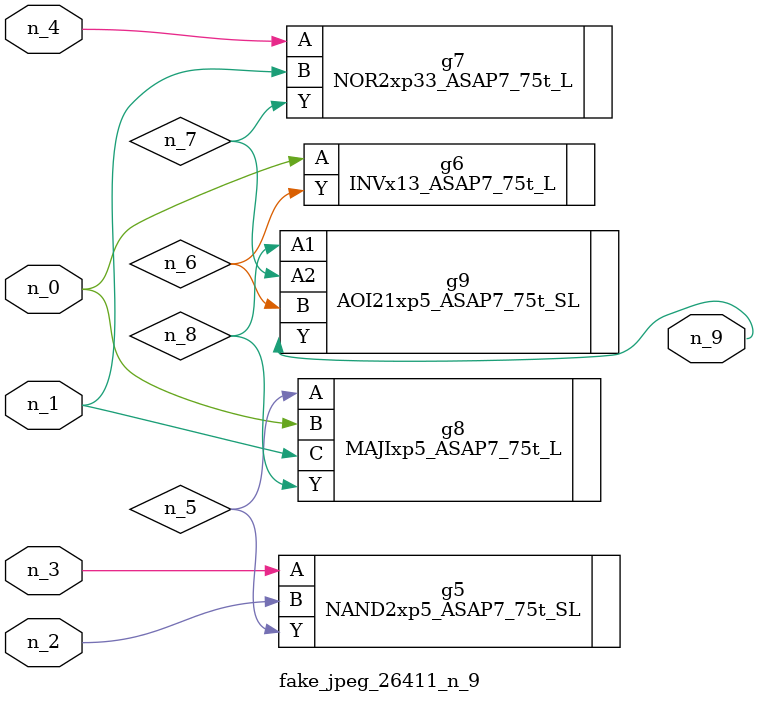
<source format=v>
module fake_jpeg_26411_n_9 (n_3, n_2, n_1, n_0, n_4, n_9);

input n_3;
input n_2;
input n_1;
input n_0;
input n_4;

output n_9;

wire n_8;
wire n_6;
wire n_5;
wire n_7;

NAND2xp5_ASAP7_75t_SL g5 ( 
.A(n_3),
.B(n_2),
.Y(n_5)
);

INVx13_ASAP7_75t_L g6 ( 
.A(n_0),
.Y(n_6)
);

NOR2xp33_ASAP7_75t_L g7 ( 
.A(n_4),
.B(n_1),
.Y(n_7)
);

MAJIxp5_ASAP7_75t_L g8 ( 
.A(n_5),
.B(n_0),
.C(n_1),
.Y(n_8)
);

AOI21xp5_ASAP7_75t_SL g9 ( 
.A1(n_8),
.A2(n_7),
.B(n_6),
.Y(n_9)
);


endmodule
</source>
